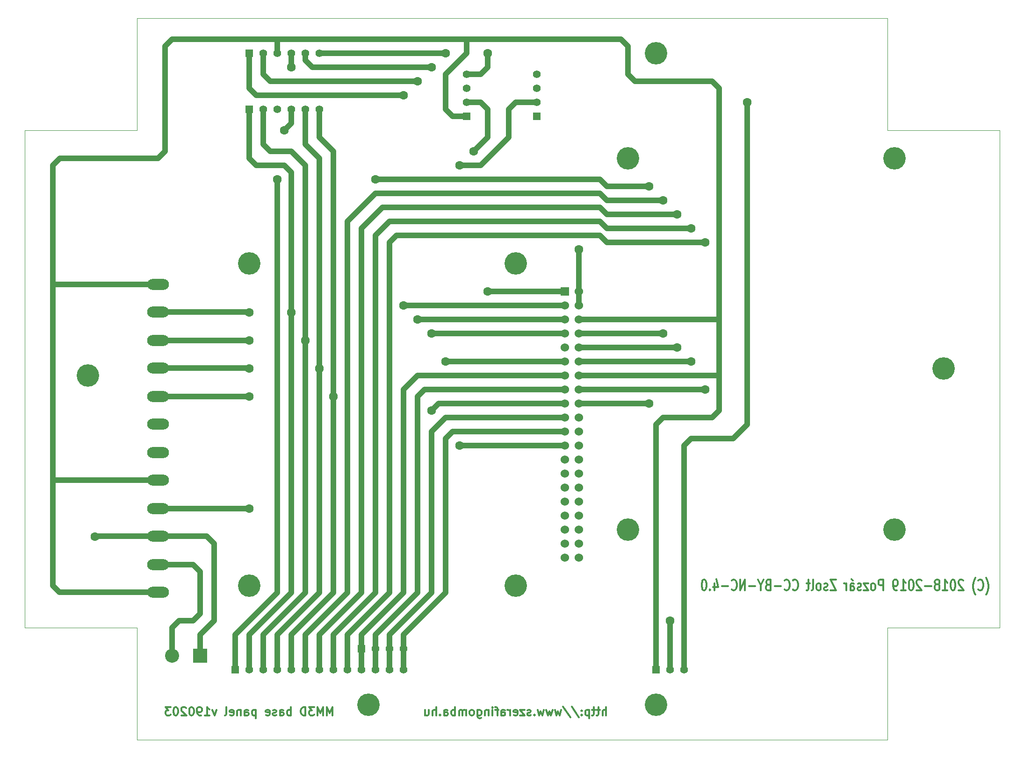
<source format=gbr>
G04 #@! TF.FileFunction,Copper,L2,Bot,Signal*
%FSLAX46Y46*%
G04 Gerber Fmt 4.6, Leading zero omitted, Abs format (unit mm)*
G04 Created by KiCad (PCBNEW 4.0.5+dfsg1-4+deb9u1) date Tue Sep 27 18:47:41 2022*
%MOMM*%
%LPD*%
G01*
G04 APERTURE LIST*
%ADD10C,0.100000*%
%ADD11C,0.300000*%
%ADD12R,1.524000X1.524000*%
%ADD13C,1.524000*%
%ADD14O,3.962400X1.981200*%
%ADD15R,1.397000X1.397000*%
%ADD16C,1.397000*%
%ADD17C,4.064000*%
%ADD18R,2.540000X2.540000*%
%ADD19C,2.540000*%
%ADD20C,1.600000*%
%ADD21C,1.000000*%
G04 APERTURE END LIST*
D10*
D11*
X112861427Y-159428571D02*
X112861427Y-157928571D01*
X112361427Y-159000000D01*
X111861427Y-157928571D01*
X111861427Y-159428571D01*
X111147141Y-159428571D02*
X111147141Y-157928571D01*
X110647141Y-159000000D01*
X110147141Y-157928571D01*
X110147141Y-159428571D01*
X109575712Y-157928571D02*
X108647141Y-157928571D01*
X109147141Y-158500000D01*
X108932855Y-158500000D01*
X108789998Y-158571429D01*
X108718569Y-158642857D01*
X108647141Y-158785714D01*
X108647141Y-159142857D01*
X108718569Y-159285714D01*
X108789998Y-159357143D01*
X108932855Y-159428571D01*
X109361427Y-159428571D01*
X109504284Y-159357143D01*
X109575712Y-159285714D01*
X108004284Y-159428571D02*
X108004284Y-157928571D01*
X107647141Y-157928571D01*
X107432856Y-158000000D01*
X107289998Y-158142857D01*
X107218570Y-158285714D01*
X107147141Y-158571429D01*
X107147141Y-158785714D01*
X107218570Y-159071429D01*
X107289998Y-159214286D01*
X107432856Y-159357143D01*
X107647141Y-159428571D01*
X108004284Y-159428571D01*
X105361427Y-159428571D02*
X105361427Y-157928571D01*
X105361427Y-158500000D02*
X105218570Y-158428571D01*
X104932856Y-158428571D01*
X104789999Y-158500000D01*
X104718570Y-158571429D01*
X104647141Y-158714286D01*
X104647141Y-159142857D01*
X104718570Y-159285714D01*
X104789999Y-159357143D01*
X104932856Y-159428571D01*
X105218570Y-159428571D01*
X105361427Y-159357143D01*
X103361427Y-159428571D02*
X103361427Y-158642857D01*
X103432856Y-158500000D01*
X103575713Y-158428571D01*
X103861427Y-158428571D01*
X104004284Y-158500000D01*
X103361427Y-159357143D02*
X103504284Y-159428571D01*
X103861427Y-159428571D01*
X104004284Y-159357143D01*
X104075713Y-159214286D01*
X104075713Y-159071429D01*
X104004284Y-158928571D01*
X103861427Y-158857143D01*
X103504284Y-158857143D01*
X103361427Y-158785714D01*
X102718570Y-159357143D02*
X102575713Y-159428571D01*
X102289998Y-159428571D01*
X102147141Y-159357143D01*
X102075713Y-159214286D01*
X102075713Y-159142857D01*
X102147141Y-159000000D01*
X102289998Y-158928571D01*
X102504284Y-158928571D01*
X102647141Y-158857143D01*
X102718570Y-158714286D01*
X102718570Y-158642857D01*
X102647141Y-158500000D01*
X102504284Y-158428571D01*
X102289998Y-158428571D01*
X102147141Y-158500000D01*
X100861427Y-159357143D02*
X101004284Y-159428571D01*
X101289998Y-159428571D01*
X101432855Y-159357143D01*
X101504284Y-159214286D01*
X101504284Y-158642857D01*
X101432855Y-158500000D01*
X101289998Y-158428571D01*
X101004284Y-158428571D01*
X100861427Y-158500000D01*
X100789998Y-158642857D01*
X100789998Y-158785714D01*
X101504284Y-158928571D01*
X99004284Y-158428571D02*
X99004284Y-159928571D01*
X99004284Y-158500000D02*
X98861427Y-158428571D01*
X98575713Y-158428571D01*
X98432856Y-158500000D01*
X98361427Y-158571429D01*
X98289998Y-158714286D01*
X98289998Y-159142857D01*
X98361427Y-159285714D01*
X98432856Y-159357143D01*
X98575713Y-159428571D01*
X98861427Y-159428571D01*
X99004284Y-159357143D01*
X97004284Y-159428571D02*
X97004284Y-158642857D01*
X97075713Y-158500000D01*
X97218570Y-158428571D01*
X97504284Y-158428571D01*
X97647141Y-158500000D01*
X97004284Y-159357143D02*
X97147141Y-159428571D01*
X97504284Y-159428571D01*
X97647141Y-159357143D01*
X97718570Y-159214286D01*
X97718570Y-159071429D01*
X97647141Y-158928571D01*
X97504284Y-158857143D01*
X97147141Y-158857143D01*
X97004284Y-158785714D01*
X96289998Y-158428571D02*
X96289998Y-159428571D01*
X96289998Y-158571429D02*
X96218570Y-158500000D01*
X96075712Y-158428571D01*
X95861427Y-158428571D01*
X95718570Y-158500000D01*
X95647141Y-158642857D01*
X95647141Y-159428571D01*
X94361427Y-159357143D02*
X94504284Y-159428571D01*
X94789998Y-159428571D01*
X94932855Y-159357143D01*
X95004284Y-159214286D01*
X95004284Y-158642857D01*
X94932855Y-158500000D01*
X94789998Y-158428571D01*
X94504284Y-158428571D01*
X94361427Y-158500000D01*
X94289998Y-158642857D01*
X94289998Y-158785714D01*
X95004284Y-158928571D01*
X93432855Y-159428571D02*
X93575713Y-159357143D01*
X93647141Y-159214286D01*
X93647141Y-157928571D01*
X91861427Y-158428571D02*
X91504284Y-159428571D01*
X91147142Y-158428571D01*
X89789999Y-159428571D02*
X90647142Y-159428571D01*
X90218570Y-159428571D02*
X90218570Y-157928571D01*
X90361427Y-158142857D01*
X90504285Y-158285714D01*
X90647142Y-158357143D01*
X89075714Y-159428571D02*
X88789999Y-159428571D01*
X88647142Y-159357143D01*
X88575714Y-159285714D01*
X88432856Y-159071429D01*
X88361428Y-158785714D01*
X88361428Y-158214286D01*
X88432856Y-158071429D01*
X88504285Y-158000000D01*
X88647142Y-157928571D01*
X88932856Y-157928571D01*
X89075714Y-158000000D01*
X89147142Y-158071429D01*
X89218571Y-158214286D01*
X89218571Y-158571429D01*
X89147142Y-158714286D01*
X89075714Y-158785714D01*
X88932856Y-158857143D01*
X88647142Y-158857143D01*
X88504285Y-158785714D01*
X88432856Y-158714286D01*
X88361428Y-158571429D01*
X87432857Y-157928571D02*
X87290000Y-157928571D01*
X87147143Y-158000000D01*
X87075714Y-158071429D01*
X87004285Y-158214286D01*
X86932857Y-158500000D01*
X86932857Y-158857143D01*
X87004285Y-159142857D01*
X87075714Y-159285714D01*
X87147143Y-159357143D01*
X87290000Y-159428571D01*
X87432857Y-159428571D01*
X87575714Y-159357143D01*
X87647143Y-159285714D01*
X87718571Y-159142857D01*
X87790000Y-158857143D01*
X87790000Y-158500000D01*
X87718571Y-158214286D01*
X87647143Y-158071429D01*
X87575714Y-158000000D01*
X87432857Y-157928571D01*
X86361429Y-158071429D02*
X86290000Y-158000000D01*
X86147143Y-157928571D01*
X85790000Y-157928571D01*
X85647143Y-158000000D01*
X85575714Y-158071429D01*
X85504286Y-158214286D01*
X85504286Y-158357143D01*
X85575714Y-158571429D01*
X86432857Y-159428571D01*
X85504286Y-159428571D01*
X84575715Y-157928571D02*
X84432858Y-157928571D01*
X84290001Y-158000000D01*
X84218572Y-158071429D01*
X84147143Y-158214286D01*
X84075715Y-158500000D01*
X84075715Y-158857143D01*
X84147143Y-159142857D01*
X84218572Y-159285714D01*
X84290001Y-159357143D01*
X84432858Y-159428571D01*
X84575715Y-159428571D01*
X84718572Y-159357143D01*
X84790001Y-159285714D01*
X84861429Y-159142857D01*
X84932858Y-158857143D01*
X84932858Y-158500000D01*
X84861429Y-158214286D01*
X84790001Y-158071429D01*
X84718572Y-158000000D01*
X84575715Y-157928571D01*
X83575715Y-157928571D02*
X82647144Y-157928571D01*
X83147144Y-158500000D01*
X82932858Y-158500000D01*
X82790001Y-158571429D01*
X82718572Y-158642857D01*
X82647144Y-158785714D01*
X82647144Y-159142857D01*
X82718572Y-159285714D01*
X82790001Y-159357143D01*
X82932858Y-159428571D01*
X83361430Y-159428571D01*
X83504287Y-159357143D01*
X83575715Y-159285714D01*
X162442859Y-159428571D02*
X162442859Y-157928571D01*
X161800002Y-159428571D02*
X161800002Y-158642857D01*
X161871431Y-158500000D01*
X162014288Y-158428571D01*
X162228573Y-158428571D01*
X162371431Y-158500000D01*
X162442859Y-158571429D01*
X161300002Y-158428571D02*
X160728573Y-158428571D01*
X161085716Y-157928571D02*
X161085716Y-159214286D01*
X161014288Y-159357143D01*
X160871430Y-159428571D01*
X160728573Y-159428571D01*
X160442859Y-158428571D02*
X159871430Y-158428571D01*
X160228573Y-157928571D02*
X160228573Y-159214286D01*
X160157145Y-159357143D01*
X160014287Y-159428571D01*
X159871430Y-159428571D01*
X159371430Y-158428571D02*
X159371430Y-159928571D01*
X159371430Y-158500000D02*
X159228573Y-158428571D01*
X158942859Y-158428571D01*
X158800002Y-158500000D01*
X158728573Y-158571429D01*
X158657144Y-158714286D01*
X158657144Y-159142857D01*
X158728573Y-159285714D01*
X158800002Y-159357143D01*
X158942859Y-159428571D01*
X159228573Y-159428571D01*
X159371430Y-159357143D01*
X158014287Y-159285714D02*
X157942859Y-159357143D01*
X158014287Y-159428571D01*
X158085716Y-159357143D01*
X158014287Y-159285714D01*
X158014287Y-159428571D01*
X158014287Y-158500000D02*
X157942859Y-158571429D01*
X158014287Y-158642857D01*
X158085716Y-158571429D01*
X158014287Y-158500000D01*
X158014287Y-158642857D01*
X156228573Y-157857143D02*
X157514287Y-159785714D01*
X154657144Y-157857143D02*
X155942858Y-159785714D01*
X154300000Y-158428571D02*
X154014286Y-159428571D01*
X153728572Y-158714286D01*
X153442857Y-159428571D01*
X153157143Y-158428571D01*
X152728571Y-158428571D02*
X152442857Y-159428571D01*
X152157143Y-158714286D01*
X151871428Y-159428571D01*
X151585714Y-158428571D01*
X151157142Y-158428571D02*
X150871428Y-159428571D01*
X150585714Y-158714286D01*
X150299999Y-159428571D01*
X150014285Y-158428571D01*
X149442856Y-159285714D02*
X149371428Y-159357143D01*
X149442856Y-159428571D01*
X149514285Y-159357143D01*
X149442856Y-159285714D01*
X149442856Y-159428571D01*
X148799999Y-159357143D02*
X148657142Y-159428571D01*
X148371427Y-159428571D01*
X148228570Y-159357143D01*
X148157142Y-159214286D01*
X148157142Y-159142857D01*
X148228570Y-159000000D01*
X148371427Y-158928571D01*
X148585713Y-158928571D01*
X148728570Y-158857143D01*
X148799999Y-158714286D01*
X148799999Y-158642857D01*
X148728570Y-158500000D01*
X148585713Y-158428571D01*
X148371427Y-158428571D01*
X148228570Y-158500000D01*
X147657141Y-158428571D02*
X146871427Y-158428571D01*
X147657141Y-159428571D01*
X146871427Y-159428571D01*
X145728570Y-159357143D02*
X145871427Y-159428571D01*
X146157141Y-159428571D01*
X146299998Y-159357143D01*
X146371427Y-159214286D01*
X146371427Y-158642857D01*
X146299998Y-158500000D01*
X146157141Y-158428571D01*
X145871427Y-158428571D01*
X145728570Y-158500000D01*
X145657141Y-158642857D01*
X145657141Y-158785714D01*
X146371427Y-158928571D01*
X145014284Y-159428571D02*
X145014284Y-158428571D01*
X145014284Y-158714286D02*
X144942856Y-158571429D01*
X144871427Y-158500000D01*
X144728570Y-158428571D01*
X144585713Y-158428571D01*
X143442856Y-159428571D02*
X143442856Y-158642857D01*
X143514285Y-158500000D01*
X143657142Y-158428571D01*
X143942856Y-158428571D01*
X144085713Y-158500000D01*
X143442856Y-159357143D02*
X143585713Y-159428571D01*
X143942856Y-159428571D01*
X144085713Y-159357143D01*
X144157142Y-159214286D01*
X144157142Y-159071429D01*
X144085713Y-158928571D01*
X143942856Y-158857143D01*
X143585713Y-158857143D01*
X143442856Y-158785714D01*
X142942856Y-158428571D02*
X142371427Y-158428571D01*
X142728570Y-159428571D02*
X142728570Y-158142857D01*
X142657142Y-158000000D01*
X142514284Y-157928571D01*
X142371427Y-157928571D01*
X141871427Y-159428571D02*
X141871427Y-158428571D01*
X141871427Y-157928571D02*
X141942856Y-158000000D01*
X141871427Y-158071429D01*
X141799999Y-158000000D01*
X141871427Y-157928571D01*
X141871427Y-158071429D01*
X141157141Y-158428571D02*
X141157141Y-159428571D01*
X141157141Y-158571429D02*
X141085713Y-158500000D01*
X140942855Y-158428571D01*
X140728570Y-158428571D01*
X140585713Y-158500000D01*
X140514284Y-158642857D01*
X140514284Y-159428571D01*
X139157141Y-158428571D02*
X139157141Y-159642857D01*
X139228570Y-159785714D01*
X139299998Y-159857143D01*
X139442855Y-159928571D01*
X139657141Y-159928571D01*
X139799998Y-159857143D01*
X139157141Y-159357143D02*
X139299998Y-159428571D01*
X139585712Y-159428571D01*
X139728570Y-159357143D01*
X139799998Y-159285714D01*
X139871427Y-159142857D01*
X139871427Y-158714286D01*
X139799998Y-158571429D01*
X139728570Y-158500000D01*
X139585712Y-158428571D01*
X139299998Y-158428571D01*
X139157141Y-158500000D01*
X138228569Y-159428571D02*
X138371427Y-159357143D01*
X138442855Y-159285714D01*
X138514284Y-159142857D01*
X138514284Y-158714286D01*
X138442855Y-158571429D01*
X138371427Y-158500000D01*
X138228569Y-158428571D01*
X138014284Y-158428571D01*
X137871427Y-158500000D01*
X137799998Y-158571429D01*
X137728569Y-158714286D01*
X137728569Y-159142857D01*
X137799998Y-159285714D01*
X137871427Y-159357143D01*
X138014284Y-159428571D01*
X138228569Y-159428571D01*
X137085712Y-159428571D02*
X137085712Y-158428571D01*
X137085712Y-158571429D02*
X137014284Y-158500000D01*
X136871426Y-158428571D01*
X136657141Y-158428571D01*
X136514284Y-158500000D01*
X136442855Y-158642857D01*
X136442855Y-159428571D01*
X136442855Y-158642857D02*
X136371426Y-158500000D01*
X136228569Y-158428571D01*
X136014284Y-158428571D01*
X135871426Y-158500000D01*
X135799998Y-158642857D01*
X135799998Y-159428571D01*
X135085712Y-159428571D02*
X135085712Y-157928571D01*
X135085712Y-158500000D02*
X134942855Y-158428571D01*
X134657141Y-158428571D01*
X134514284Y-158500000D01*
X134442855Y-158571429D01*
X134371426Y-158714286D01*
X134371426Y-159142857D01*
X134442855Y-159285714D01*
X134514284Y-159357143D01*
X134657141Y-159428571D01*
X134942855Y-159428571D01*
X135085712Y-159357143D01*
X133085712Y-159428571D02*
X133085712Y-158642857D01*
X133157141Y-158500000D01*
X133299998Y-158428571D01*
X133585712Y-158428571D01*
X133728569Y-158500000D01*
X133085712Y-159357143D02*
X133228569Y-159428571D01*
X133585712Y-159428571D01*
X133728569Y-159357143D01*
X133799998Y-159214286D01*
X133799998Y-159071429D01*
X133728569Y-158928571D01*
X133585712Y-158857143D01*
X133228569Y-158857143D01*
X133085712Y-158785714D01*
X132371426Y-159285714D02*
X132299998Y-159357143D01*
X132371426Y-159428571D01*
X132442855Y-159357143D01*
X132371426Y-159285714D01*
X132371426Y-159428571D01*
X131657140Y-159428571D02*
X131657140Y-157928571D01*
X131014283Y-159428571D02*
X131014283Y-158642857D01*
X131085712Y-158500000D01*
X131228569Y-158428571D01*
X131442854Y-158428571D01*
X131585712Y-158500000D01*
X131657140Y-158571429D01*
X129657140Y-158428571D02*
X129657140Y-159428571D01*
X130299997Y-158428571D02*
X130299997Y-159214286D01*
X130228569Y-159357143D01*
X130085711Y-159428571D01*
X129871426Y-159428571D01*
X129728569Y-159357143D01*
X129657140Y-159285714D01*
X231239998Y-137556667D02*
X231311426Y-137461429D01*
X231454283Y-137175714D01*
X231525712Y-136985238D01*
X231597141Y-136699524D01*
X231668569Y-136223333D01*
X231668569Y-135842381D01*
X231597141Y-135366190D01*
X231525712Y-135080476D01*
X231454283Y-134890000D01*
X231311426Y-134604286D01*
X231239998Y-134509048D01*
X229811426Y-136604286D02*
X229882855Y-136699524D01*
X230097141Y-136794762D01*
X230239998Y-136794762D01*
X230454283Y-136699524D01*
X230597141Y-136509048D01*
X230668569Y-136318571D01*
X230739998Y-135937619D01*
X230739998Y-135651905D01*
X230668569Y-135270952D01*
X230597141Y-135080476D01*
X230454283Y-134890000D01*
X230239998Y-134794762D01*
X230097141Y-134794762D01*
X229882855Y-134890000D01*
X229811426Y-134985238D01*
X229311426Y-137556667D02*
X229239998Y-137461429D01*
X229097141Y-137175714D01*
X229025712Y-136985238D01*
X228954283Y-136699524D01*
X228882855Y-136223333D01*
X228882855Y-135842381D01*
X228954283Y-135366190D01*
X229025712Y-135080476D01*
X229097141Y-134890000D01*
X229239998Y-134604286D01*
X229311426Y-134509048D01*
X227097141Y-134985238D02*
X227025712Y-134890000D01*
X226882855Y-134794762D01*
X226525712Y-134794762D01*
X226382855Y-134890000D01*
X226311426Y-134985238D01*
X226239998Y-135175714D01*
X226239998Y-135366190D01*
X226311426Y-135651905D01*
X227168569Y-136794762D01*
X226239998Y-136794762D01*
X225311427Y-134794762D02*
X225168570Y-134794762D01*
X225025713Y-134890000D01*
X224954284Y-134985238D01*
X224882855Y-135175714D01*
X224811427Y-135556667D01*
X224811427Y-136032857D01*
X224882855Y-136413810D01*
X224954284Y-136604286D01*
X225025713Y-136699524D01*
X225168570Y-136794762D01*
X225311427Y-136794762D01*
X225454284Y-136699524D01*
X225525713Y-136604286D01*
X225597141Y-136413810D01*
X225668570Y-136032857D01*
X225668570Y-135556667D01*
X225597141Y-135175714D01*
X225525713Y-134985238D01*
X225454284Y-134890000D01*
X225311427Y-134794762D01*
X223382856Y-136794762D02*
X224239999Y-136794762D01*
X223811427Y-136794762D02*
X223811427Y-134794762D01*
X223954284Y-135080476D01*
X224097142Y-135270952D01*
X224239999Y-135366190D01*
X222525713Y-135651905D02*
X222668571Y-135556667D01*
X222739999Y-135461429D01*
X222811428Y-135270952D01*
X222811428Y-135175714D01*
X222739999Y-134985238D01*
X222668571Y-134890000D01*
X222525713Y-134794762D01*
X222239999Y-134794762D01*
X222097142Y-134890000D01*
X222025713Y-134985238D01*
X221954285Y-135175714D01*
X221954285Y-135270952D01*
X222025713Y-135461429D01*
X222097142Y-135556667D01*
X222239999Y-135651905D01*
X222525713Y-135651905D01*
X222668571Y-135747143D01*
X222739999Y-135842381D01*
X222811428Y-136032857D01*
X222811428Y-136413810D01*
X222739999Y-136604286D01*
X222668571Y-136699524D01*
X222525713Y-136794762D01*
X222239999Y-136794762D01*
X222097142Y-136699524D01*
X222025713Y-136604286D01*
X221954285Y-136413810D01*
X221954285Y-136032857D01*
X222025713Y-135842381D01*
X222097142Y-135747143D01*
X222239999Y-135651905D01*
X221311428Y-136032857D02*
X220168571Y-136032857D01*
X219525714Y-134985238D02*
X219454285Y-134890000D01*
X219311428Y-134794762D01*
X218954285Y-134794762D01*
X218811428Y-134890000D01*
X218739999Y-134985238D01*
X218668571Y-135175714D01*
X218668571Y-135366190D01*
X218739999Y-135651905D01*
X219597142Y-136794762D01*
X218668571Y-136794762D01*
X217740000Y-134794762D02*
X217597143Y-134794762D01*
X217454286Y-134890000D01*
X217382857Y-134985238D01*
X217311428Y-135175714D01*
X217240000Y-135556667D01*
X217240000Y-136032857D01*
X217311428Y-136413810D01*
X217382857Y-136604286D01*
X217454286Y-136699524D01*
X217597143Y-136794762D01*
X217740000Y-136794762D01*
X217882857Y-136699524D01*
X217954286Y-136604286D01*
X218025714Y-136413810D01*
X218097143Y-136032857D01*
X218097143Y-135556667D01*
X218025714Y-135175714D01*
X217954286Y-134985238D01*
X217882857Y-134890000D01*
X217740000Y-134794762D01*
X215811429Y-136794762D02*
X216668572Y-136794762D01*
X216240000Y-136794762D02*
X216240000Y-134794762D01*
X216382857Y-135080476D01*
X216525715Y-135270952D01*
X216668572Y-135366190D01*
X215097144Y-136794762D02*
X214811429Y-136794762D01*
X214668572Y-136699524D01*
X214597144Y-136604286D01*
X214454286Y-136318571D01*
X214382858Y-135937619D01*
X214382858Y-135175714D01*
X214454286Y-134985238D01*
X214525715Y-134890000D01*
X214668572Y-134794762D01*
X214954286Y-134794762D01*
X215097144Y-134890000D01*
X215168572Y-134985238D01*
X215240001Y-135175714D01*
X215240001Y-135651905D01*
X215168572Y-135842381D01*
X215097144Y-135937619D01*
X214954286Y-136032857D01*
X214668572Y-136032857D01*
X214525715Y-135937619D01*
X214454286Y-135842381D01*
X214382858Y-135651905D01*
X212597144Y-136794762D02*
X212597144Y-134794762D01*
X212025716Y-134794762D01*
X211882858Y-134890000D01*
X211811430Y-134985238D01*
X211740001Y-135175714D01*
X211740001Y-135461429D01*
X211811430Y-135651905D01*
X211882858Y-135747143D01*
X212025716Y-135842381D01*
X212597144Y-135842381D01*
X210882858Y-136794762D02*
X211025716Y-136699524D01*
X211097144Y-136604286D01*
X211168573Y-136413810D01*
X211168573Y-135842381D01*
X211097144Y-135651905D01*
X211025716Y-135556667D01*
X210882858Y-135461429D01*
X210668573Y-135461429D01*
X210525716Y-135556667D01*
X210454287Y-135651905D01*
X210382858Y-135842381D01*
X210382858Y-136413810D01*
X210454287Y-136604286D01*
X210525716Y-136699524D01*
X210668573Y-136794762D01*
X210882858Y-136794762D01*
X209882858Y-135461429D02*
X209097144Y-135461429D01*
X209882858Y-136794762D01*
X209097144Y-136794762D01*
X208597144Y-136699524D02*
X208454287Y-136794762D01*
X208168572Y-136794762D01*
X208025715Y-136699524D01*
X207954287Y-136509048D01*
X207954287Y-136413810D01*
X208025715Y-136223333D01*
X208168572Y-136128095D01*
X208382858Y-136128095D01*
X208525715Y-136032857D01*
X208597144Y-135842381D01*
X208597144Y-135747143D01*
X208525715Y-135556667D01*
X208382858Y-135461429D01*
X208168572Y-135461429D01*
X208025715Y-135556667D01*
X206668572Y-136794762D02*
X206668572Y-135747143D01*
X206740001Y-135556667D01*
X206882858Y-135461429D01*
X207168572Y-135461429D01*
X207311429Y-135556667D01*
X206668572Y-136699524D02*
X206811429Y-136794762D01*
X207168572Y-136794762D01*
X207311429Y-136699524D01*
X207382858Y-136509048D01*
X207382858Y-136318571D01*
X207311429Y-136128095D01*
X207168572Y-136032857D01*
X206811429Y-136032857D01*
X206668572Y-135937619D01*
X206882858Y-134699524D02*
X207097143Y-134985238D01*
X205954286Y-136794762D02*
X205954286Y-135461429D01*
X205954286Y-135842381D02*
X205882858Y-135651905D01*
X205811429Y-135556667D01*
X205668572Y-135461429D01*
X205525715Y-135461429D01*
X204025715Y-134794762D02*
X203025715Y-134794762D01*
X204025715Y-136794762D01*
X203025715Y-136794762D01*
X202525716Y-136699524D02*
X202382859Y-136794762D01*
X202097144Y-136794762D01*
X201954287Y-136699524D01*
X201882859Y-136509048D01*
X201882859Y-136413810D01*
X201954287Y-136223333D01*
X202097144Y-136128095D01*
X202311430Y-136128095D01*
X202454287Y-136032857D01*
X202525716Y-135842381D01*
X202525716Y-135747143D01*
X202454287Y-135556667D01*
X202311430Y-135461429D01*
X202097144Y-135461429D01*
X201954287Y-135556667D01*
X201025715Y-136794762D02*
X201168573Y-136699524D01*
X201240001Y-136604286D01*
X201311430Y-136413810D01*
X201311430Y-135842381D01*
X201240001Y-135651905D01*
X201168573Y-135556667D01*
X201025715Y-135461429D01*
X200811430Y-135461429D01*
X200668573Y-135556667D01*
X200597144Y-135651905D01*
X200525715Y-135842381D01*
X200525715Y-136413810D01*
X200597144Y-136604286D01*
X200668573Y-136699524D01*
X200811430Y-136794762D01*
X201025715Y-136794762D01*
X199668572Y-136794762D02*
X199811430Y-136699524D01*
X199882858Y-136509048D01*
X199882858Y-134794762D01*
X199311430Y-135461429D02*
X198740001Y-135461429D01*
X199097144Y-134794762D02*
X199097144Y-136509048D01*
X199025716Y-136699524D01*
X198882858Y-136794762D01*
X198740001Y-136794762D01*
X196240001Y-136604286D02*
X196311430Y-136699524D01*
X196525716Y-136794762D01*
X196668573Y-136794762D01*
X196882858Y-136699524D01*
X197025716Y-136509048D01*
X197097144Y-136318571D01*
X197168573Y-135937619D01*
X197168573Y-135651905D01*
X197097144Y-135270952D01*
X197025716Y-135080476D01*
X196882858Y-134890000D01*
X196668573Y-134794762D01*
X196525716Y-134794762D01*
X196311430Y-134890000D01*
X196240001Y-134985238D01*
X194740001Y-136604286D02*
X194811430Y-136699524D01*
X195025716Y-136794762D01*
X195168573Y-136794762D01*
X195382858Y-136699524D01*
X195525716Y-136509048D01*
X195597144Y-136318571D01*
X195668573Y-135937619D01*
X195668573Y-135651905D01*
X195597144Y-135270952D01*
X195525716Y-135080476D01*
X195382858Y-134890000D01*
X195168573Y-134794762D01*
X195025716Y-134794762D01*
X194811430Y-134890000D01*
X194740001Y-134985238D01*
X194097144Y-136032857D02*
X192954287Y-136032857D01*
X191740001Y-135747143D02*
X191525715Y-135842381D01*
X191454287Y-135937619D01*
X191382858Y-136128095D01*
X191382858Y-136413810D01*
X191454287Y-136604286D01*
X191525715Y-136699524D01*
X191668573Y-136794762D01*
X192240001Y-136794762D01*
X192240001Y-134794762D01*
X191740001Y-134794762D01*
X191597144Y-134890000D01*
X191525715Y-134985238D01*
X191454287Y-135175714D01*
X191454287Y-135366190D01*
X191525715Y-135556667D01*
X191597144Y-135651905D01*
X191740001Y-135747143D01*
X192240001Y-135747143D01*
X190454287Y-135842381D02*
X190454287Y-136794762D01*
X190954287Y-134794762D02*
X190454287Y-135842381D01*
X189954287Y-134794762D01*
X189454287Y-136032857D02*
X188311430Y-136032857D01*
X187597144Y-136794762D02*
X187597144Y-134794762D01*
X186740001Y-136794762D01*
X186740001Y-134794762D01*
X185168572Y-136604286D02*
X185240001Y-136699524D01*
X185454287Y-136794762D01*
X185597144Y-136794762D01*
X185811429Y-136699524D01*
X185954287Y-136509048D01*
X186025715Y-136318571D01*
X186097144Y-135937619D01*
X186097144Y-135651905D01*
X186025715Y-135270952D01*
X185954287Y-135080476D01*
X185811429Y-134890000D01*
X185597144Y-134794762D01*
X185454287Y-134794762D01*
X185240001Y-134890000D01*
X185168572Y-134985238D01*
X184525715Y-136032857D02*
X183382858Y-136032857D01*
X182025715Y-135461429D02*
X182025715Y-136794762D01*
X182382858Y-134699524D02*
X182740001Y-136128095D01*
X181811429Y-136128095D01*
X181240001Y-136604286D02*
X181168573Y-136699524D01*
X181240001Y-136794762D01*
X181311430Y-136699524D01*
X181240001Y-136604286D01*
X181240001Y-136794762D01*
X180240001Y-134794762D02*
X180097144Y-134794762D01*
X179954287Y-134890000D01*
X179882858Y-134985238D01*
X179811429Y-135175714D01*
X179740001Y-135556667D01*
X179740001Y-136032857D01*
X179811429Y-136413810D01*
X179882858Y-136604286D01*
X179954287Y-136699524D01*
X180097144Y-136794762D01*
X180240001Y-136794762D01*
X180382858Y-136699524D01*
X180454287Y-136604286D01*
X180525715Y-136413810D01*
X180597144Y-136032857D01*
X180597144Y-135556667D01*
X180525715Y-135175714D01*
X180454287Y-134985238D01*
X180382858Y-134890000D01*
X180240001Y-134794762D01*
D10*
X213360000Y-163830000D02*
X77470000Y-163830000D01*
X213360000Y-143510000D02*
X213360000Y-163830000D01*
X233680000Y-143510000D02*
X213360000Y-143510000D01*
X233680000Y-53340000D02*
X233680000Y-143510000D01*
X213360000Y-53340000D02*
X233680000Y-53340000D01*
X213360000Y-33020000D02*
X213360000Y-53340000D01*
X77470000Y-33020000D02*
X213360000Y-33020000D01*
X77470000Y-53340000D02*
X77470000Y-33020000D01*
X57150000Y-53340000D02*
X77470000Y-53340000D01*
X57150000Y-143510000D02*
X57150000Y-53340000D01*
X77470000Y-143510000D02*
X57150000Y-143510000D01*
X77470000Y-163830000D02*
X77470000Y-143510000D01*
X139700000Y-163830000D02*
X207010000Y-163830000D01*
X139700000Y-163830000D02*
X78740000Y-163830000D01*
D12*
X154940000Y-82550000D03*
D13*
X157480000Y-82550000D03*
X154940000Y-95250000D03*
X157480000Y-85090000D03*
X154940000Y-97790000D03*
X157480000Y-87630000D03*
X154940000Y-100330000D03*
X157480000Y-90170000D03*
X154940000Y-102870000D03*
X157480000Y-92710000D03*
X154940000Y-105410000D03*
X157480000Y-95250000D03*
X154940000Y-107950000D03*
X157480000Y-97790000D03*
X154940000Y-110490000D03*
X157480000Y-100330000D03*
X154940000Y-113030000D03*
X157480000Y-102870000D03*
X154940000Y-115570000D03*
X157480000Y-105410000D03*
X154940000Y-118110000D03*
X157480000Y-107950000D03*
X154940000Y-120650000D03*
X157480000Y-110490000D03*
X157480000Y-113030000D03*
X154940000Y-123190000D03*
X157480000Y-115570000D03*
X157480000Y-120650000D03*
X157480000Y-123190000D03*
X157480000Y-125730000D03*
X157480000Y-128270000D03*
X154940000Y-125730000D03*
X154940000Y-128270000D03*
X154940000Y-85090000D03*
X154940000Y-87630000D03*
X154940000Y-90170000D03*
X154940000Y-92710000D03*
X154940000Y-130810000D03*
X157480000Y-130810000D03*
X157480000Y-118110000D03*
D14*
X81280000Y-132105400D03*
X81280000Y-137109200D03*
X81280000Y-121945400D03*
X81280000Y-126949200D03*
X81280000Y-111785400D03*
X81280000Y-116789200D03*
X81280000Y-101625400D03*
X81280000Y-106629200D03*
D15*
X95250000Y-151130000D03*
D16*
X97790000Y-151130000D03*
X100330000Y-151130000D03*
X102870000Y-151130000D03*
X105410000Y-151130000D03*
X107950000Y-151130000D03*
X110490000Y-151130000D03*
X113030000Y-151130000D03*
X115570000Y-151130000D03*
X118110000Y-151130000D03*
X120650000Y-151130000D03*
X123190000Y-151130000D03*
X125730000Y-151130000D03*
D17*
X97790000Y-135890000D03*
X146050000Y-135890000D03*
X97790000Y-77470000D03*
X146050000Y-77470000D03*
X166370000Y-58420000D03*
X214630000Y-58420000D03*
X166370000Y-125730000D03*
X214630000Y-125730000D03*
D14*
X81280000Y-81305400D03*
X81280000Y-86309200D03*
X81280000Y-91465400D03*
X81280000Y-96469200D03*
D15*
X137160000Y-50800000D03*
D16*
X137160000Y-48260000D03*
X137160000Y-45720000D03*
X137160000Y-43180000D03*
D15*
X149860000Y-50800000D03*
D16*
X149860000Y-48260000D03*
X149860000Y-45720000D03*
X149860000Y-43180000D03*
D15*
X97790000Y-39370000D03*
D16*
X100330000Y-39370000D03*
X102870000Y-39370000D03*
X105410000Y-39370000D03*
X107950000Y-39370000D03*
X110490000Y-39370000D03*
D15*
X97790000Y-49530000D03*
D16*
X100330000Y-49530000D03*
X102870000Y-49530000D03*
X105410000Y-49530000D03*
X107950000Y-49530000D03*
X110490000Y-49530000D03*
D17*
X68580000Y-97790000D03*
X171450000Y-39370000D03*
X223520000Y-96520000D03*
X119380000Y-157480000D03*
X171450000Y-157480000D03*
D18*
X88900000Y-148590000D03*
D19*
X83820000Y-148590000D03*
D15*
X118110000Y-147320000D03*
D16*
X120650000Y-147320000D03*
X123190000Y-147320000D03*
X125730000Y-147320000D03*
D15*
X171450000Y-151130000D03*
D16*
X173990000Y-151130000D03*
X176530000Y-151130000D03*
D20*
X140970000Y-39370000D03*
X187960000Y-48260000D03*
X173990000Y-142240000D03*
X140970000Y-82550000D03*
X130810000Y-104140000D03*
X105410000Y-41910000D03*
X104140000Y-53340000D03*
X69850000Y-127000000D03*
X157480000Y-74930000D03*
X135890000Y-59690000D03*
X135890000Y-110490000D03*
X138430000Y-57150000D03*
X97790000Y-121920000D03*
X133350000Y-95250000D03*
X133350000Y-39370000D03*
X130810000Y-41910000D03*
X130810000Y-90170000D03*
X128270000Y-87630000D03*
X128270000Y-44450000D03*
X125730000Y-46990000D03*
X125730000Y-85090000D03*
X113030000Y-101600000D03*
X97790000Y-101600000D03*
X110490000Y-96520000D03*
X97790000Y-96520000D03*
X107950000Y-91440000D03*
X97790000Y-91440000D03*
X105410000Y-86360000D03*
X97790000Y-86360000D03*
X180340000Y-100330000D03*
X180340000Y-73660000D03*
X177800000Y-71120000D03*
X177800000Y-95250000D03*
X175260000Y-92710000D03*
X175260000Y-68580000D03*
X172720000Y-66040000D03*
X172720000Y-90170000D03*
X170180000Y-63500000D03*
X120650000Y-62230000D03*
X102870000Y-62230000D03*
X170180000Y-102870000D03*
D21*
X63500000Y-137109200D02*
X63449200Y-137109200D01*
X62230000Y-116789200D02*
X62230000Y-135890000D01*
X63500000Y-137109200D02*
X81280000Y-137109200D01*
X63449200Y-137109200D02*
X62230000Y-135890000D01*
X137160000Y-43180000D02*
X139700000Y-43180000D01*
X140970000Y-41910000D02*
X140970000Y-39370000D01*
X139700000Y-43180000D02*
X140970000Y-41910000D01*
X176530000Y-151130000D02*
X176530000Y-110490000D01*
X187960000Y-106680000D02*
X187960000Y-48260000D01*
X185420000Y-109220000D02*
X187960000Y-106680000D01*
X177800000Y-109220000D02*
X185420000Y-109220000D01*
X176530000Y-110490000D02*
X177800000Y-109220000D01*
X154940000Y-82550000D02*
X140970000Y-82550000D01*
X173990000Y-142240000D02*
X173990000Y-151130000D01*
X105410000Y-39370000D02*
X105410000Y-41910000D01*
X132080000Y-102870000D02*
X130810000Y-104140000D01*
X132080000Y-102870000D02*
X154940000Y-102870000D01*
X105410000Y-49530000D02*
X105410000Y-52070000D01*
X105410000Y-52070000D02*
X104140000Y-53340000D01*
X157480000Y-82550000D02*
X157480000Y-74930000D01*
X69900800Y-126949200D02*
X81280000Y-126949200D01*
X69850000Y-127000000D02*
X69900800Y-126949200D01*
X182880000Y-97790000D02*
X179070000Y-97790000D01*
X179070000Y-97790000D02*
X157480000Y-97790000D01*
X171450000Y-151130000D02*
X171450000Y-106680000D01*
X182880000Y-104140000D02*
X182880000Y-97790000D01*
X182880000Y-97790000D02*
X182880000Y-96520000D01*
X181610000Y-105410000D02*
X182880000Y-104140000D01*
X172720000Y-105410000D02*
X181610000Y-105410000D01*
X171450000Y-106680000D02*
X172720000Y-105410000D01*
X157480000Y-85090000D02*
X157480000Y-82550000D01*
X137160000Y-36830000D02*
X137160000Y-39370000D01*
X137160000Y-39370000D02*
X133350000Y-43180000D01*
X133350000Y-43180000D02*
X133350000Y-49530000D01*
X133350000Y-49530000D02*
X134620000Y-50800000D01*
X134620000Y-50800000D02*
X137160000Y-50800000D01*
X182880000Y-87630000D02*
X180340000Y-87630000D01*
X180340000Y-87630000D02*
X157480000Y-87630000D01*
X135890000Y-36830000D02*
X137160000Y-36830000D01*
X137160000Y-36830000D02*
X163830000Y-36830000D01*
X182880000Y-45720000D02*
X182880000Y-87630000D01*
X182880000Y-87630000D02*
X182880000Y-96520000D01*
X181610000Y-44450000D02*
X182880000Y-45720000D01*
X167640000Y-44450000D02*
X181610000Y-44450000D01*
X166370000Y-43180000D02*
X167640000Y-44450000D01*
X166370000Y-38100000D02*
X166370000Y-43180000D01*
X165100000Y-36830000D02*
X166370000Y-38100000D01*
X163830000Y-36830000D02*
X165100000Y-36830000D01*
X102870000Y-36830000D02*
X135890000Y-36830000D01*
X144780000Y-54610000D02*
X144780000Y-49530000D01*
X154940000Y-110490000D02*
X135890000Y-110490000D01*
X139700000Y-59690000D02*
X144780000Y-54610000D01*
X135890000Y-59690000D02*
X139700000Y-59690000D01*
X146050000Y-48260000D02*
X149860000Y-48260000D01*
X144780000Y-49530000D02*
X146050000Y-48260000D01*
X137160000Y-48260000D02*
X139700000Y-48260000D01*
X138430000Y-57150000D02*
X140970000Y-54610000D01*
X97764600Y-121945400D02*
X81280000Y-121945400D01*
X97764600Y-121945400D02*
X97790000Y-121920000D01*
X140970000Y-49530000D02*
X140970000Y-54610000D01*
X139700000Y-48260000D02*
X140970000Y-49530000D01*
X88900000Y-148590000D02*
X88900000Y-144780000D01*
X88900000Y-144780000D02*
X90170000Y-143510000D01*
X90170000Y-143510000D02*
X91440000Y-142240000D01*
X91440000Y-142240000D02*
X91440000Y-128270000D01*
X91440000Y-128270000D02*
X90119200Y-126949200D01*
X90119200Y-126949200D02*
X81280000Y-126949200D01*
X83820000Y-148590000D02*
X83820000Y-143510000D01*
X81305400Y-132080000D02*
X81280000Y-132105400D01*
X87630000Y-132080000D02*
X81305400Y-132080000D01*
X88900000Y-133350000D02*
X87630000Y-132080000D01*
X88900000Y-140970000D02*
X88900000Y-133350000D01*
X87630000Y-142240000D02*
X88900000Y-140970000D01*
X85090000Y-142240000D02*
X87630000Y-142240000D01*
X83820000Y-143510000D02*
X85090000Y-142240000D01*
X62255400Y-81305400D02*
X62255400Y-59715400D01*
X102870000Y-36830000D02*
X92710000Y-36830000D01*
X102870000Y-36830000D02*
X102870000Y-39370000D01*
X83820000Y-36830000D02*
X92710000Y-36830000D01*
X82550000Y-38100000D02*
X83820000Y-36830000D01*
X82550000Y-57150000D02*
X82550000Y-38100000D01*
X81280000Y-58420000D02*
X82550000Y-57150000D01*
X80010000Y-58420000D02*
X81280000Y-58420000D01*
X79959200Y-58470800D02*
X80010000Y-58420000D01*
X63500000Y-58470800D02*
X79959200Y-58470800D01*
X62255400Y-59715400D02*
X63500000Y-58470800D01*
X114300000Y-39370000D02*
X133350000Y-39370000D01*
X110490000Y-39370000D02*
X114300000Y-39370000D01*
X133350000Y-95250000D02*
X154940000Y-95250000D01*
X154940000Y-90170000D02*
X130810000Y-90170000D01*
X107950000Y-40640000D02*
X109220000Y-41910000D01*
X109220000Y-41910000D02*
X114300000Y-41910000D01*
X107950000Y-40640000D02*
X107950000Y-39370000D01*
X130810000Y-41910000D02*
X114300000Y-41910000D01*
X114300000Y-44450000D02*
X128270000Y-44450000D01*
X100330000Y-43180000D02*
X101600000Y-44450000D01*
X101600000Y-44450000D02*
X114300000Y-44450000D01*
X100330000Y-39370000D02*
X100330000Y-43180000D01*
X128270000Y-87630000D02*
X154940000Y-87630000D01*
X154940000Y-85090000D02*
X125730000Y-85090000D01*
X97790000Y-45720000D02*
X99060000Y-46990000D01*
X99060000Y-46990000D02*
X114300000Y-46990000D01*
X97790000Y-45720000D02*
X97790000Y-39370000D01*
X125730000Y-46990000D02*
X114300000Y-46990000D01*
X113030000Y-69850000D02*
X113030000Y-57150000D01*
X113030000Y-101600000D02*
X113030000Y-69850000D01*
X110490000Y-54610000D02*
X110490000Y-49530000D01*
X113030000Y-57150000D02*
X110490000Y-54610000D01*
X110490000Y-69850000D02*
X110490000Y-58420000D01*
X110490000Y-96520000D02*
X110490000Y-69850000D01*
X107950000Y-55880000D02*
X107950000Y-49530000D01*
X110490000Y-58420000D02*
X107950000Y-55880000D01*
X97790000Y-49530000D02*
X97790000Y-50800000D01*
X105410000Y-60960000D02*
X104140000Y-59690000D01*
X104140000Y-59690000D02*
X99060000Y-59690000D01*
X99060000Y-59690000D02*
X97790000Y-58420000D01*
X97790000Y-58420000D02*
X97790000Y-50800000D01*
X105410000Y-69850000D02*
X105410000Y-86360000D01*
X105410000Y-69850000D02*
X105410000Y-60960000D01*
X107950000Y-69850000D02*
X107950000Y-59690000D01*
X107950000Y-91440000D02*
X107950000Y-69850000D01*
X100330000Y-55880000D02*
X100330000Y-49530000D01*
X101600000Y-57150000D02*
X100330000Y-55880000D01*
X105410000Y-57150000D02*
X101600000Y-57150000D01*
X107950000Y-59690000D02*
X105410000Y-57150000D01*
X81280000Y-116789200D02*
X62230000Y-116789200D01*
X81280000Y-81305400D02*
X62255400Y-81305400D01*
X62230000Y-81330800D02*
X62230000Y-116789200D01*
X62255400Y-81305400D02*
X62230000Y-81330800D01*
X81280000Y-101625400D02*
X97764600Y-101625400D01*
X97764600Y-101625400D02*
X97790000Y-101600000D01*
X81280000Y-96469200D02*
X97739200Y-96469200D01*
X97739200Y-96469200D02*
X97790000Y-96520000D01*
X81280000Y-91465400D02*
X97764600Y-91465400D01*
X97764600Y-91465400D02*
X97790000Y-91440000D01*
X81280000Y-86309200D02*
X97739200Y-86309200D01*
X97739200Y-86309200D02*
X97790000Y-86360000D01*
X170180000Y-73660000D02*
X180340000Y-73660000D01*
X161290000Y-72390000D02*
X162560000Y-73660000D01*
X162560000Y-73660000D02*
X170180000Y-73660000D01*
X123190000Y-130810000D02*
X123190000Y-73660000D01*
X115570000Y-144780000D02*
X123190000Y-137160000D01*
X123190000Y-137160000D02*
X123190000Y-130810000D01*
X115570000Y-151130000D02*
X115570000Y-144780000D01*
X123190000Y-73660000D02*
X124460000Y-72390000D01*
X124460000Y-72390000D02*
X161290000Y-72390000D01*
X180340000Y-100330000D02*
X157480000Y-100330000D01*
X157480000Y-95250000D02*
X177800000Y-95250000D01*
X161290000Y-69850000D02*
X162560000Y-71120000D01*
X162560000Y-71120000D02*
X170180000Y-71120000D01*
X120650000Y-130810000D02*
X120650000Y-72390000D01*
X113030000Y-144780000D02*
X120650000Y-137160000D01*
X120650000Y-137160000D02*
X120650000Y-130810000D01*
X113030000Y-144780000D02*
X113030000Y-151130000D01*
X120650000Y-72390000D02*
X123190000Y-69850000D01*
X123190000Y-69850000D02*
X161290000Y-69850000D01*
X177800000Y-71120000D02*
X170180000Y-71120000D01*
X170180000Y-68580000D02*
X175260000Y-68580000D01*
X161290000Y-67310000D02*
X162560000Y-68580000D01*
X162560000Y-68580000D02*
X170180000Y-68580000D01*
X118110000Y-130810000D02*
X118110000Y-71120000D01*
X110490000Y-144780000D02*
X118110000Y-137160000D01*
X118110000Y-137160000D02*
X118110000Y-130810000D01*
X110490000Y-151130000D02*
X110490000Y-144780000D01*
X118110000Y-71120000D02*
X121920000Y-67310000D01*
X121920000Y-67310000D02*
X161290000Y-67310000D01*
X175260000Y-92710000D02*
X157480000Y-92710000D01*
X157480000Y-90170000D02*
X172720000Y-90170000D01*
X120650000Y-64770000D02*
X161290000Y-64770000D01*
X120650000Y-64770000D02*
X115570000Y-69850000D01*
X115570000Y-69850000D02*
X115570000Y-130810000D01*
X107950000Y-144780000D02*
X107950000Y-151130000D01*
X115570000Y-137160000D02*
X115570000Y-130810000D01*
X107950000Y-144780000D02*
X115570000Y-137160000D01*
X162560000Y-66040000D02*
X170180000Y-66040000D01*
X161290000Y-64770000D02*
X162560000Y-66040000D01*
X172720000Y-66040000D02*
X170180000Y-66040000D01*
X102870000Y-69850000D02*
X102870000Y-62230000D01*
X95250000Y-151130000D02*
X95250000Y-149860000D01*
X95250000Y-144780000D02*
X102870000Y-137160000D01*
X102870000Y-137160000D02*
X102870000Y-130810000D01*
X95250000Y-149860000D02*
X95250000Y-144780000D01*
X102870000Y-69850000D02*
X102870000Y-130810000D01*
X161290000Y-62230000D02*
X162560000Y-63500000D01*
X162560000Y-63500000D02*
X170180000Y-63500000D01*
X120650000Y-62230000D02*
X161290000Y-62230000D01*
X170180000Y-102870000D02*
X157480000Y-102870000D01*
X105410000Y-86360000D02*
X105410000Y-130810000D01*
X97790000Y-144780000D02*
X105410000Y-137160000D01*
X105410000Y-137160000D02*
X105410000Y-130810000D01*
X97790000Y-144780000D02*
X97790000Y-151130000D01*
X107950000Y-91440000D02*
X107950000Y-130810000D01*
X100330000Y-144780000D02*
X107950000Y-137160000D01*
X107950000Y-137160000D02*
X107950000Y-130810000D01*
X100330000Y-144780000D02*
X100330000Y-151130000D01*
X110490000Y-96520000D02*
X110490000Y-130810000D01*
X102870000Y-144780000D02*
X110490000Y-137160000D01*
X110490000Y-137160000D02*
X110490000Y-130810000D01*
X102870000Y-144780000D02*
X102870000Y-151130000D01*
X113030000Y-101600000D02*
X113030000Y-130810000D01*
X105410000Y-144780000D02*
X113030000Y-137160000D01*
X113030000Y-137160000D02*
X113030000Y-130810000D01*
X105410000Y-144780000D02*
X105410000Y-151130000D01*
X123190000Y-151130000D02*
X123190000Y-144780000D01*
X133350000Y-105410000D02*
X154940000Y-105410000D01*
X130810000Y-107950000D02*
X133350000Y-105410000D01*
X130810000Y-137160000D02*
X130810000Y-107950000D01*
X123190000Y-144780000D02*
X130810000Y-137160000D01*
X154940000Y-97790000D02*
X128270000Y-97790000D01*
X118110000Y-144780000D02*
X118110000Y-151130000D01*
X125730000Y-137160000D02*
X118110000Y-144780000D01*
X125730000Y-100330000D02*
X125730000Y-137160000D01*
X128270000Y-97790000D02*
X125730000Y-100330000D01*
X154940000Y-100330000D02*
X129540000Y-100330000D01*
X120650000Y-144780000D02*
X128270000Y-137160000D01*
X128270000Y-137160000D02*
X128270000Y-130810000D01*
X120650000Y-144780000D02*
X120650000Y-151130000D01*
X128270000Y-101600000D02*
X128270000Y-130810000D01*
X129540000Y-100330000D02*
X128270000Y-101600000D01*
X154940000Y-107950000D02*
X134620000Y-107950000D01*
X125730000Y-144780000D02*
X133350000Y-137160000D01*
X133350000Y-137160000D02*
X133350000Y-130810000D01*
X125730000Y-144780000D02*
X125730000Y-151130000D01*
X133350000Y-109220000D02*
X133350000Y-130810000D01*
X134620000Y-107950000D02*
X133350000Y-109220000D01*
M02*

</source>
